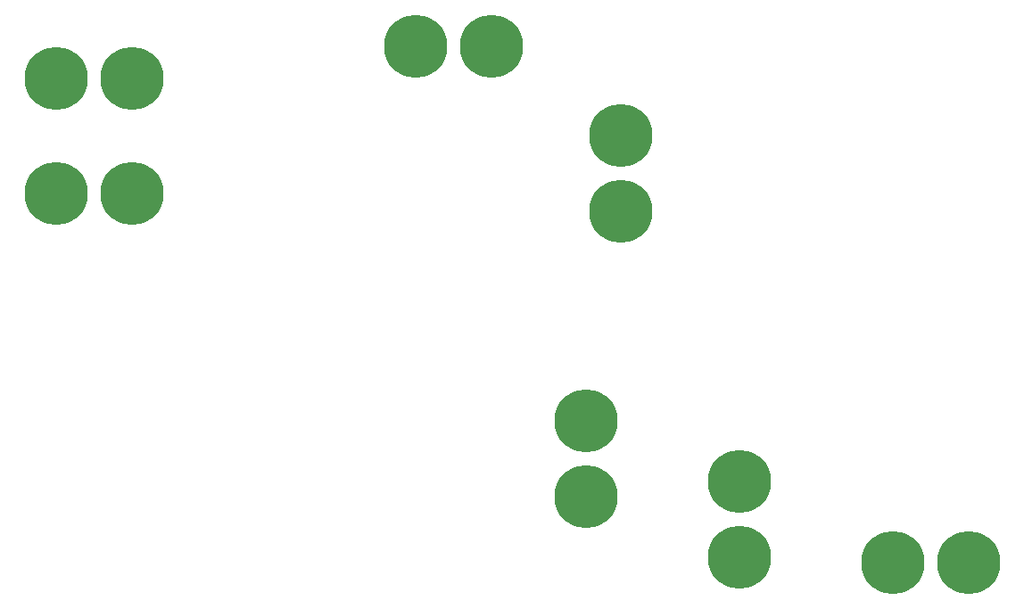
<source format=gbr>
%TF.GenerationSoftware,Altium Limited,Altium Designer,19.1.8 (144)*%
G04 Layer_Color=255*
%FSLAX26Y26*%
%MOIN*%
%TF.FileFunction,Pads,Bot*%
%TF.Part,Single*%
G01*
G75*
%TA.AperFunction,ComponentPad*%
%ADD30C,0.236220*%
D30*
X2539370Y1850394D02*
D03*
Y1566929D02*
D03*
X429134Y2062008D02*
D03*
X712598D02*
D03*
X2409449Y498031D02*
D03*
Y781496D02*
D03*
X2058071Y2184055D02*
D03*
X1774606D02*
D03*
X429134Y1632874D02*
D03*
X712598D02*
D03*
X2984252Y272638D02*
D03*
Y556102D02*
D03*
X3838583Y251969D02*
D03*
X3555118D02*
D03*
%TF.MD5,57065492eb9d8d8865901eedfa57a6c2*%
M02*

</source>
